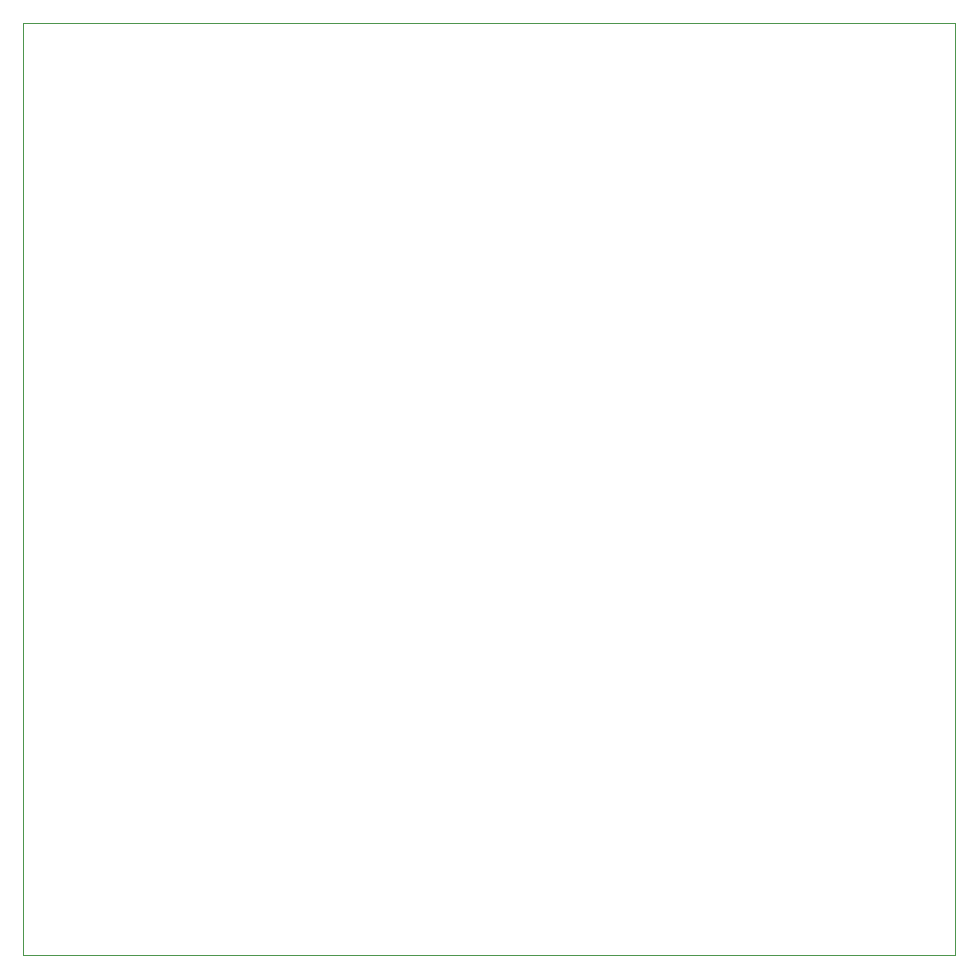
<source format=gbr>
%TF.GenerationSoftware,Altium Limited,Altium Designer,22.4.2 (48)*%
G04 Layer_Color=0*
%FSLAX45Y45*%
%MOMM*%
%TF.SameCoordinates,3C980A95-6889-48E8-A7F5-DB61C56FBEE1*%
%TF.FilePolarity,Positive*%
%TF.FileFunction,Profile,NP*%
%TF.Part,Single*%
G01*
G75*
%TA.AperFunction,Profile*%
%ADD28C,0.02540*%
D28*
X-2552700Y-2159000D02*
X5334000D01*
Y5727700D01*
X-2552700D01*
Y-2159000D01*
%TF.MD5,c6d6f036e4bfa5f49c1401330f6df6fe*%
M02*

</source>
